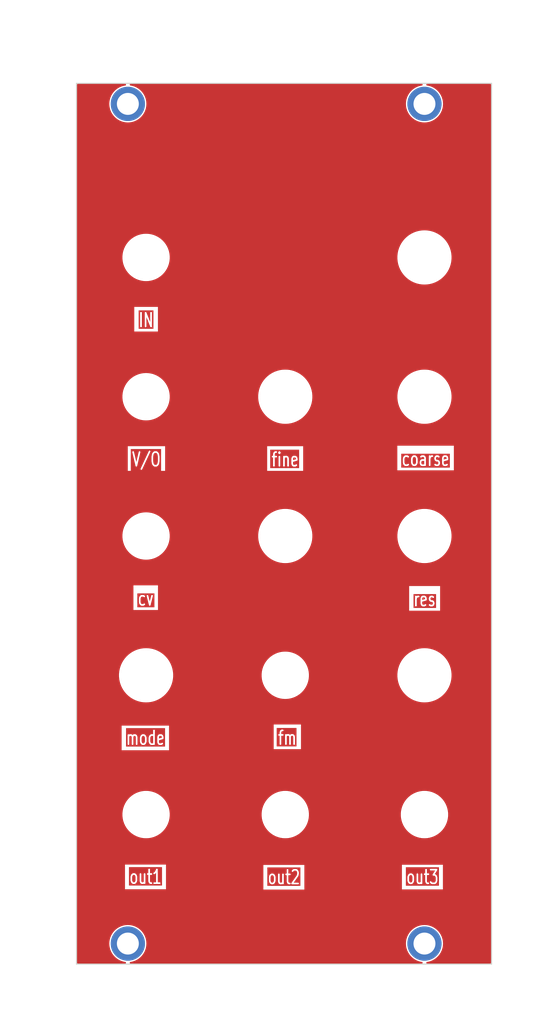
<source format=kicad_pcb>
(kicad_pcb (version 20221018) (generator pcbnew)
  (title_block (title "threeler") (date "2023-07-05") (rev "1") (comment 1 "PCB for panel") (comment 2 "Second order filter from Ian Fritz") (comment 4 "License CC BY 4.0 - Attribution 4.0 International"))
  (layers (0 "F.Cu" signal) (31 "B.Cu" signal) (34 "B.Paste" user) (35 "F.Paste" user) (36 "B.SilkS" user "B.Silkscreen") (37 "F.SilkS" user "F.Silkscreen") (38 "B.Mask" user) (39 "F.Mask" user) (44 "Edge.Cuts" user))
  (net 0 "")
  (footprint "elektrophon:panel_potentiometer" (layer "F.Cu") (at 101.6 96.52)
    (fp_text reference "H7" hide)
    (fp_text value "P_COARSE" hide)
    (pad "" np_thru_hole circle (at 0 0) (size 7.4 7.4) (drill 7.4) (layers "*.Cu" "*.Mask"))
  )
  (footprint "elektrophon:panel_potentiometer" (layer "F.Cu") (at 81.28 116.84)
    (fp_text reference "H11" hide)
    (fp_text value "P_RES_MOD" hide)
    (pad "" np_thru_hole circle (at 0 0) (size 7.4 7.4) (drill 7.4) (layers "*.Cu" "*.Mask"))
  )
  (footprint "elektrophon:MountingHole_Panel_3.2mm_M3" (layer "F.Cu") (at 101.6 53.8)
    (fp_text reference "H16" hide)
    (fp_text value "~" hide)
    (pad "1" thru_hole circle (at 0 0) (size 3.6 3.6) (drill 3.2) (layers "*.Cu" "*.Mask"))
    (pad "1" connect circle (at 0 0) (size 5 5) (layers "F.Cu" "F.Mask"))
    (pad "1" connect circle (at 0 0) (size 5 5) (layers "B.Cu" "B.Mask"))
  )
  (footprint "elektrophon:panel_potentiometer" (layer "F.Cu") (at 101.6 116.84)
    (fp_text reference "H10" hide)
    (fp_text value "P_RES" hide)
    (pad "" np_thru_hole circle (at 0 0) (size 7.4 7.4) (drill 7.4) (layers "*.Cu" "*.Mask"))
  )
  (footprint "elektrophon:panel_jack" (layer "F.Cu") (at 60.96 96.52)
    (fp_text reference "H2" hide)
    (fp_text value "CV" hide)
    (pad "" np_thru_hole circle (at 0 0) (size 6.4 6.4) (drill 6.4) (layers "*.Cu" "*.Mask"))
  )
  (footprint "elektrophon:MountingHole_Panel_3.2mm_M3" (layer "F.Cu") (at 58.3 176.3)
    (fp_text reference "H17" hide)
    (fp_text value "~" hide)
    (pad "1" thru_hole circle (at 0 0) (size 3.6 3.6) (drill 3.2) (layers "*.Cu" "*.Mask"))
    (pad "1" connect circle (at 0 0) (size 5 5) (layers "F.Cu" "F.Mask"))
    (pad "1" connect circle (at 0 0) (size 5 5) (layers "B.Cu" "B.Mask"))
  )
  (footprint "elektrophon:panel_jack" (layer "F.Cu") (at 81.28 137.16)
    (fp_text reference "H3" hide)
    (fp_text value "FM" hide)
    (pad "" np_thru_hole circle (at 0 0) (size 6.4 6.4) (drill 6.4) (layers "*.Cu" "*.Mask"))
  )
  (footprint "elektrophon:panel_potentiometer" (layer "F.Cu") (at 81.28 96.52)
    (fp_text reference "H8" hide)
    (fp_text value "P_FINE" hide)
    (pad "" np_thru_hole circle (at 0 0) (size 7.4 7.4) (drill 7.4) (layers "*.Cu" "*.Mask"))
  )
  (footprint "elektrophon:MountingHole_Panel_3.2mm_M3" (layer "F.Cu") (at 101.6 176.3)
    (fp_text reference "H18" hide)
    (fp_text value "~" hide)
    (pad "1" thru_hole circle (at 0 0) (size 3.6 3.6) (drill 3.2) (layers "*.Cu" "*.Mask"))
    (pad "1" connect circle (at 0 0) (size 5 5) (layers "F.Cu" "F.Mask"))
    (pad "1" connect circle (at 0 0) (size 5 5) (layers "B.Cu" "B.Mask"))
  )
  (footprint "elektrophon:panel_jack" (layer "F.Cu") (at 101.6 157.48)
    (fp_text reference "H14" hide)
    (fp_text value "OUT_3" hide)
    (pad "" np_thru_hole circle (at 0 0) (size 6.4 6.4) (drill 6.4) (layers "*.Cu" "*.Mask"))
  )
  (footprint "elektrophon:panel_jack" (layer "F.Cu") (at 60.96 76.2)
    (fp_text reference "H1" hide)
    (fp_text value "IN" hide)
    (pad "" np_thru_hole circle (at 0 0) (size 6.4 6.4) (drill 6.4) (layers "*.Cu" "*.Mask"))
  )
  (footprint "elektrophon:panel_jack" (layer "F.Cu") (at 81.28 157.48)
    (fp_text reference "H13" hide)
    (fp_text value "OUT_2" hide)
    (pad "" np_thru_hole circle (at 0 0) (size 6.4 6.4) (drill 6.4) (layers "*.Cu" "*.Mask"))
  )
  (footprint "elektrophon:panel_potentiometer" (layer "F.Cu") (at 60.96 137.16)
    (fp_text reference "H12" hide)
    (fp_text value "SWITCH" hide)
    (pad "" np_thru_hole circle (at 0 0) (size 7.4 7.4) (drill 7.4) (layers "*.Cu" "*.Mask"))
  )
  (footprint "elektrophon:MountingHole_Panel_3.2mm_M3" (layer "F.Cu") (at 58.3 53.8)
    (fp_text reference "H15" hide)
    (fp_text value "~" hide)
    (pad "1" thru_hole circle (at 0 0) (size 3.6 3.6) (drill 3.2) (layers "*.Cu" "*.Mask"))
    (pad "1" connect circle (at 0 0) (size 5 5) (layers "F.Cu" "F.Mask"))
    (pad "1" connect circle (at 0 0) (size 5 5) (layers "B.Cu" "B.Mask"))
  )
  (footprint "elektrophon:panel_potentiometer" (layer "F.Cu") (at 101.6 137.16)
    (fp_text reference "H9" hide)
    (fp_text value "P_FM" hide)
    (pad "" np_thru_hole circle (at 0 0) (size 7.4 7.4) (drill 7.4) (layers "*.Cu" "*.Mask"))
  )
  (footprint "elektrophon:panel_jack" (layer "F.Cu") (at 60.96 116.84)
    (fp_text reference "H4" hide)
    (fp_text value "RES_MOD" hide)
    (pad "" np_thru_hole circle (at 0 0) (size 6.4 6.4) (drill 6.4) (layers "*.Cu" "*.Mask"))
  )
  (footprint "elektrophon:panel_potentiometer" (layer "F.Cu") (at 101.6 76.2)
    (fp_text reference "H6" hide)
    (fp_text value "P_IN" hide)
    (pad "" np_thru_hole circle (at 0 0) (size 7.4 7.4) (drill 7.4) (layers "*.Cu" "*.Mask"))
  )
  (footprint "elektrophon:panel_jack" (layer "F.Cu") (at 60.96 157.48)
    (fp_text reference "H5" hide)
    (fp_text value "OUT_1" hide)
    (pad "" np_thru_hole circle (at 0 0) (size 6.4 6.4) (drill 6.4) (layers "*.Cu" "*.Mask"))
  )
  (gr_line (start 50.8 50.8) (end 50.8 179.3) (stroke (width 0.15)) (layer "Edge.Cuts"))
  (gr_line (start 50.8 50.8) (end 111.4 50.8) (stroke (width 0.15)) (layer "Edge.Cuts"))
  (gr_line (start 111.4 50.8) (end 111.4 179.3) (stroke (width 0.15)) (layer "Edge.Cuts"))
  (gr_line (start 111.4 179.3) (end 50.8 179.3) (stroke (width 0.15)) (layer "Edge.Cuts"))
  (gr_text "out3" (at 101.3 166.6) (layer "F.Cu" knockout) (effects (font (size 2 1.4) (thickness 0.25))))
  (gr_text "mode" (at 60.85 146.3) (layer "F.Cu" knockout) (effects (font (size 2 1.4) (thickness 0.25))))
  (gr_text "fine" (at 79.125 106.85) (layer "F.Cu" knockout) (effects (font (size 2 1.4) (thickness 0.25) bold) (justify left bottom)))
  (gr_text "V/O" (at 58.775 106.85) (layer "F.Cu" knockout) (effects (font (size 2 1.4) (thickness 0.25) bold) (justify left bottom)))
  (gr_text "out2" (at 81.075 166.625) (layer "F.Cu" knockout) (effects (font (size 2 1.4) (thickness 0.25))))
  (gr_text "IN" (at 59.725 86.525) (layer "F.Cu" knockout) (effects (font (size 2 1.4) (thickness 0.25) bold) (justify left bottom)))
  (gr_text "fm" (at 80.075 147.45) (layer "F.Cu" knockout) (effects (font (size 2 1.4) (thickness 0.25) bold) (justify left bottom)))
  (gr_text "cv" (at 59.6 127.15) (layer "F.Cu" knockout) (effects (font (size 2 1.4) (thickness 0.25) bold) (justify left bottom)))
  (gr_text "coarse" (at 98.125 106.775) (layer "F.Cu" knockout) (effects (font (size 2 1.4) (thickness 0.25) bold) (justify left bottom)))
  (gr_text "res" (at 99.85 127.25) (layer "F.Cu" knockout) (effects (font (size 2 1.4) (thickness 0.25) bold) (justify left bottom)))
  (gr_text "out1" (at 60.875 166.575) (layer "F.Cu" knockout) (effects (font (size 2 1.4) (thickness 0.25))))
  (zone (net 0) (net_name "") (layer "F.Cu") (connect_pads (clearance 0)) (min_thickness 0.25) (fill yes (thermal_gap 0.5) (thermal_bridge_width 0.5) (island_removal_mode 1) (island_area_min 10))
    (polygon (pts (xy 50.875 50.775) (xy 111.425 50.8) (xy 111.45 179.275) (xy 50.825 179.35)))
  )
)
</source>
